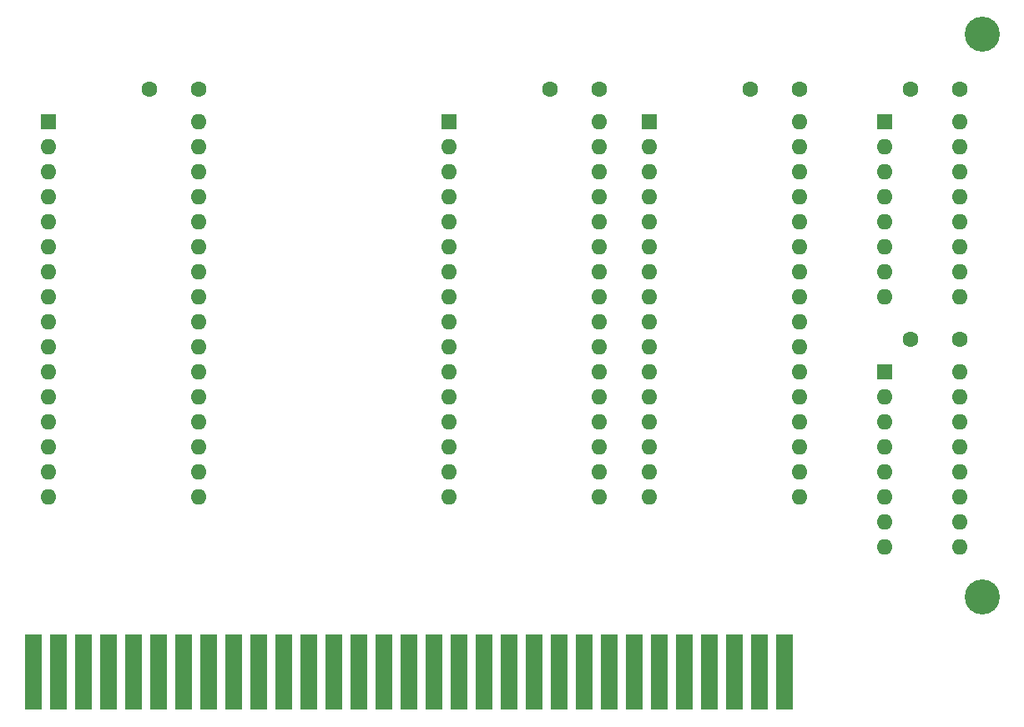
<source format=gbr>
G04 #@! TF.GenerationSoftware,KiCad,Pcbnew,(5.1.8)-1*
G04 #@! TF.CreationDate,2022-10-19T08:29:44-06:00*
G04 #@! TF.ProjectId,64k 640k,36346b20-3634-4306-9b2e-6b696361645f,rev?*
G04 #@! TF.SameCoordinates,Original*
G04 #@! TF.FileFunction,Soldermask,Bot*
G04 #@! TF.FilePolarity,Negative*
%FSLAX46Y46*%
G04 Gerber Fmt 4.6, Leading zero omitted, Abs format (unit mm)*
G04 Created by KiCad (PCBNEW (5.1.8)-1) date 2022-10-19 08:29:44*
%MOMM*%
%LPD*%
G01*
G04 APERTURE LIST*
%ADD10O,1.600000X1.600000*%
%ADD11R,1.600000X1.600000*%
%ADD12C,1.600000*%
%ADD13R,1.780000X7.620000*%
%ADD14C,3.556000*%
G04 APERTURE END LIST*
D10*
G04 #@! TO.C,U1*
X102100380Y-73888600D03*
X86860380Y-111988600D03*
X102100380Y-76428600D03*
X86860380Y-109448600D03*
X102100380Y-78968600D03*
X86860380Y-106908600D03*
X102100380Y-81508600D03*
X86860380Y-104368600D03*
X102100380Y-84048600D03*
X86860380Y-101828600D03*
X102100380Y-86588600D03*
X86860380Y-99288600D03*
X102100380Y-89128600D03*
X86860380Y-96748600D03*
X102100380Y-91668600D03*
X86860380Y-94208600D03*
X102100380Y-94208600D03*
X86860380Y-91668600D03*
X102100380Y-96748600D03*
X86860380Y-89128600D03*
X102100380Y-99288600D03*
X86860380Y-86588600D03*
X102100380Y-101828600D03*
X86860380Y-84048600D03*
X102100380Y-104368600D03*
X86860380Y-81508600D03*
X102100380Y-106908600D03*
X86860380Y-78968600D03*
X102100380Y-109448600D03*
X86860380Y-76428600D03*
X102100380Y-111988600D03*
D11*
X86860380Y-73888600D03*
G04 #@! TD*
D12*
G04 #@! TO.C,C1*
X102100380Y-70586600D03*
X97100380Y-70586600D03*
G04 #@! TD*
D10*
G04 #@! TO.C,U3*
X142740380Y-73888600D03*
X127500380Y-111988600D03*
X142740380Y-76428600D03*
X127500380Y-109448600D03*
X142740380Y-78968600D03*
X127500380Y-106908600D03*
X142740380Y-81508600D03*
X127500380Y-104368600D03*
X142740380Y-84048600D03*
X127500380Y-101828600D03*
X142740380Y-86588600D03*
X127500380Y-99288600D03*
X142740380Y-89128600D03*
X127500380Y-96748600D03*
X142740380Y-91668600D03*
X127500380Y-94208600D03*
X142740380Y-94208600D03*
X127500380Y-91668600D03*
X142740380Y-96748600D03*
X127500380Y-89128600D03*
X142740380Y-99288600D03*
X127500380Y-86588600D03*
X142740380Y-101828600D03*
X127500380Y-84048600D03*
X142740380Y-104368600D03*
X127500380Y-81508600D03*
X142740380Y-106908600D03*
X127500380Y-78968600D03*
X142740380Y-109448600D03*
X127500380Y-76428600D03*
X142740380Y-111988600D03*
D11*
X127500380Y-73888600D03*
G04 #@! TD*
D10*
G04 #@! TO.C,U4*
X163060380Y-73888600D03*
X147820380Y-111988600D03*
X163060380Y-76428600D03*
X147820380Y-109448600D03*
X163060380Y-78968600D03*
X147820380Y-106908600D03*
X163060380Y-81508600D03*
X147820380Y-104368600D03*
X163060380Y-84048600D03*
X147820380Y-101828600D03*
X163060380Y-86588600D03*
X147820380Y-99288600D03*
X163060380Y-89128600D03*
X147820380Y-96748600D03*
X163060380Y-91668600D03*
X147820380Y-94208600D03*
X163060380Y-94208600D03*
X147820380Y-91668600D03*
X163060380Y-96748600D03*
X147820380Y-89128600D03*
X163060380Y-99288600D03*
X147820380Y-86588600D03*
X163060380Y-101828600D03*
X147820380Y-84048600D03*
X163060380Y-104368600D03*
X147820380Y-81508600D03*
X163060380Y-106908600D03*
X147820380Y-78968600D03*
X163060380Y-109448600D03*
X147820380Y-76428600D03*
X163060380Y-111988600D03*
D11*
X147820380Y-73888600D03*
G04 #@! TD*
D12*
G04 #@! TO.C,C6*
X179316380Y-95986600D03*
X174316380Y-95986600D03*
G04 #@! TD*
G04 #@! TO.C,C3*
X142740380Y-70586600D03*
X137740380Y-70586600D03*
G04 #@! TD*
D13*
G04 #@! TO.C,J9*
X85336380Y-129768600D03*
X87876380Y-129768600D03*
X90416380Y-129768600D03*
X92956380Y-129768600D03*
X95496380Y-129768600D03*
X98036380Y-129768600D03*
X100576380Y-129768600D03*
X103116380Y-129768600D03*
X105656380Y-129768600D03*
X108196380Y-129768600D03*
X110736380Y-129768600D03*
X113276380Y-129768600D03*
X115816380Y-129768600D03*
X118356380Y-129768600D03*
X120896380Y-129768600D03*
X123436380Y-129768600D03*
X125976380Y-129768600D03*
X128516380Y-129768600D03*
X131056380Y-129768600D03*
X133596380Y-129768600D03*
X136136380Y-129768600D03*
X138676380Y-129768600D03*
X141216380Y-129768600D03*
X143756380Y-129768600D03*
X146296380Y-129768600D03*
X148836380Y-129768600D03*
X151376380Y-129768600D03*
X153916380Y-129768600D03*
X156456380Y-129768600D03*
X158996380Y-129768600D03*
X161536380Y-129768600D03*
G04 #@! TD*
D14*
G04 #@! TO.C,R*
X181602380Y-122148600D03*
G04 #@! TD*
G04 #@! TO.C,R*
X181602380Y-64998600D03*
G04 #@! TD*
D10*
G04 #@! TO.C,U6*
X179316380Y-99288600D03*
X171696380Y-117068600D03*
X179316380Y-101828600D03*
X171696380Y-114528600D03*
X179316380Y-104368600D03*
X171696380Y-111988600D03*
X179316380Y-106908600D03*
X171696380Y-109448600D03*
X179316380Y-109448600D03*
X171696380Y-106908600D03*
X179316380Y-111988600D03*
X171696380Y-104368600D03*
X179316380Y-114528600D03*
X171696380Y-101828600D03*
X179316380Y-117068600D03*
D11*
X171696380Y-99288600D03*
G04 #@! TD*
D10*
G04 #@! TO.C,U5*
X179316380Y-73888600D03*
X171696380Y-91668600D03*
X179316380Y-76428600D03*
X171696380Y-89128600D03*
X179316380Y-78968600D03*
X171696380Y-86588600D03*
X179316380Y-81508600D03*
X171696380Y-84048600D03*
X179316380Y-84048600D03*
X171696380Y-81508600D03*
X179316380Y-86588600D03*
X171696380Y-78968600D03*
X179316380Y-89128600D03*
X171696380Y-76428600D03*
X179316380Y-91668600D03*
D11*
X171696380Y-73888600D03*
G04 #@! TD*
D12*
G04 #@! TO.C,C5*
X179316380Y-70586600D03*
X174316380Y-70586600D03*
G04 #@! TD*
G04 #@! TO.C,C4*
X163060380Y-70586600D03*
X158060380Y-70586600D03*
G04 #@! TD*
M02*

</source>
